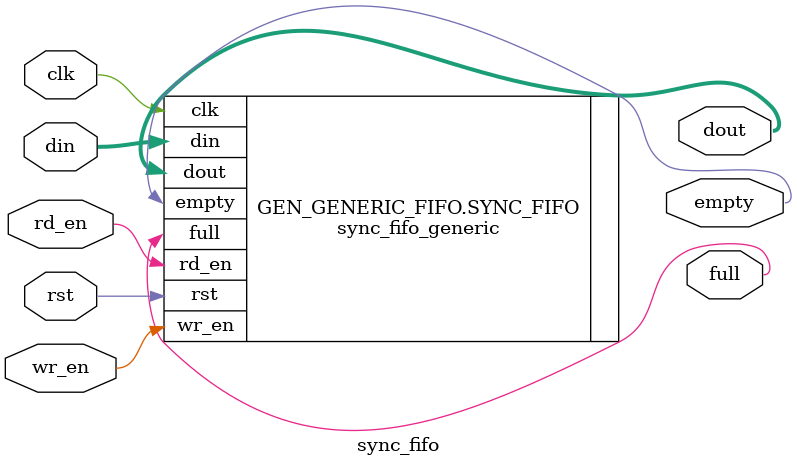
<source format=v>


/*
Author: Semih GENC
Description : Synchronous FIFO with source selection
Version : 1.00
*/


module sync_fifo #(
    parameter WIDTH = 8,
    parameter DEPTH = 2048,
    parameter USE_VENDOR = 0

)(

    input clk,
    input rst,

    output full,
    output empty,
    //output [$clog2(DEPTH):0] dcnt,

    input [WIDTH-1:0] din,
    input wr_en,

    output [WIDTH-1:0] dout,
    input rd_en


);

generate
    if(USE_VENDOR) begin : GEN_VENDOR_FIFO

        sync_fifo_vendor #(.WIDTH(WIDTH), .DEPTH(DEPTH), .REGOUT(0))
        SYNC_FIFO (

            .clk(clk),
            .rst(rst),

            .full(full),
            .empty(empty),
            //.dcnt(dcnt),

            .din(din),
            .wr_en(wr_en),

            .dout(dout),
            .rd_en(rd_en)
        );

    end else begin : GEN_GENERIC_FIFO

        sync_fifo_generic #(.WIDTH(WIDTH), .DEPTH(DEPTH), .REGOUT(0))
        SYNC_FIFO (

            .clk(clk),
            .rst(rst),

            .full(full),
            .empty(empty),
            //.dcnt(dcnt),

            .din(din),
            .wr_en(wr_en),

            .dout(dout),
            .rd_en(rd_en)
        );

    end
endgenerate



endmodule

</source>
